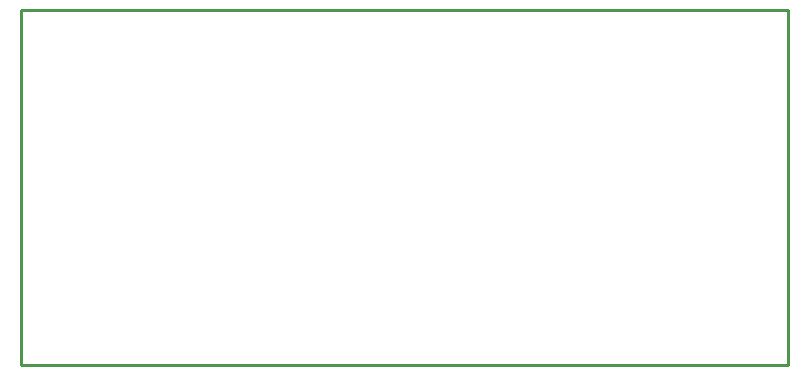
<source format=gko>
G04 Layer: BoardOutlineLayer*
G04 EasyEDA v6.5.22, 2023-02-12 13:27:05*
G04 9d2100fef43045d39f3febf0e37c7303,ed70181f279245e6aff80281ee7dc86a,10*
G04 Gerber Generator version 0.2*
G04 Scale: 100 percent, Rotated: No, Reflected: No *
G04 Dimensions in millimeters *
G04 leading zeros omitted , absolute positions ,4 integer and 5 decimal *
%FSLAX45Y45*%
%MOMM*%

%ADD10C,0.2540*%
D10*
X699998Y6199987D02*
G01*
X7199985Y6199987D01*
X7199985Y3199993D01*
X699998Y3199993D01*
X699998Y6199987D01*

%LPD*%
M02*

</source>
